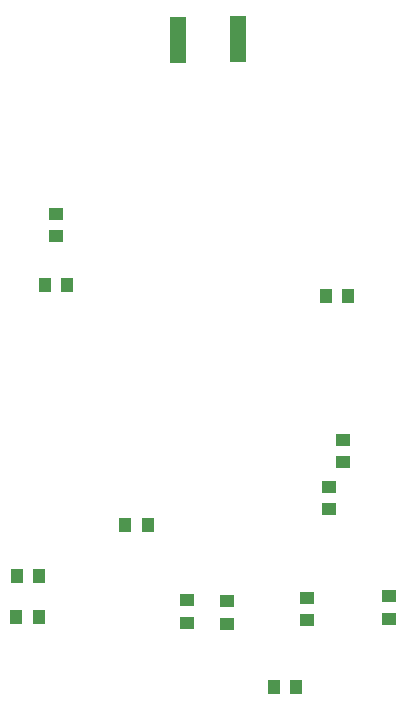
<source format=gbr>
G04 DipTrace 3.0.0.1*
G04 BottomPaste.gbr*
%MOIN*%
G04 #@! TF.FileFunction,Paste,Bot*
G04 #@! TF.Part,Single*
%ADD64R,0.051969X0.151969*%
%ADD86R,0.043307X0.051181*%
%ADD88R,0.051181X0.043307*%
%FSLAX26Y26*%
G04*
G70*
G90*
G75*
G01*
G04 BotPaste*
%LPD*%
D88*
X1692914Y724410D3*
Y799213D3*
X1417323Y720473D3*
Y795276D3*
D86*
X1554701Y1801701D3*
X1479898D3*
D88*
X580701Y2000701D3*
Y2075504D3*
D86*
X812701Y1036701D3*
X887504D3*
D88*
X1019528Y711315D3*
Y786118D3*
X1152701Y707701D3*
Y782504D3*
D86*
X1381890Y496063D3*
X1307087D3*
X619701Y1836701D3*
X544898D3*
X523570Y731864D3*
X448767D3*
X526067Y865660D3*
X451264D3*
D88*
X1539370Y1321302D3*
Y1246499D3*
X1491339Y1164042D3*
Y1089239D3*
D64*
X986496Y2653806D3*
X1186890Y2655774D3*
M02*

</source>
